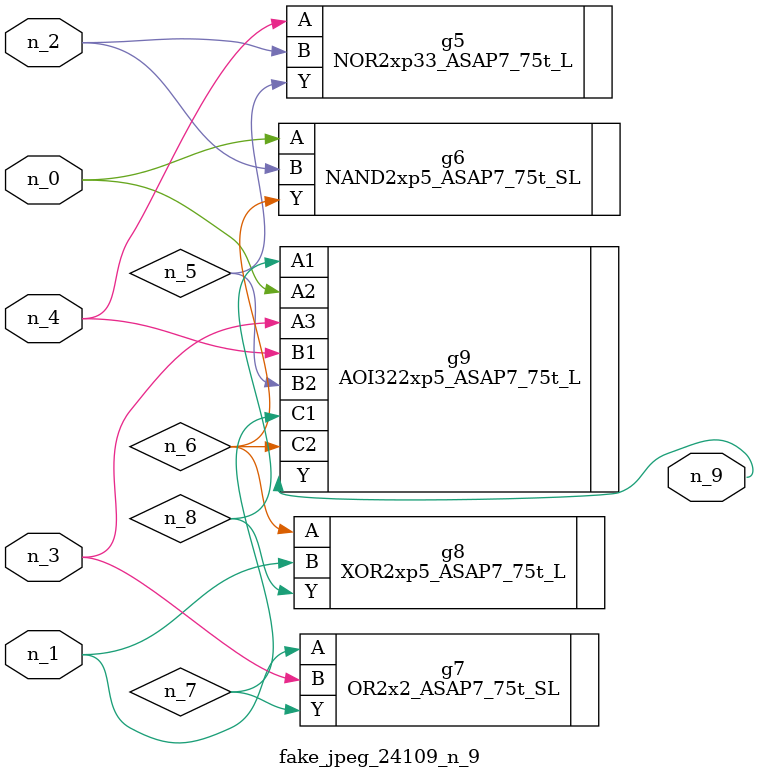
<source format=v>
module fake_jpeg_24109_n_9 (n_3, n_2, n_1, n_0, n_4, n_9);

input n_3;
input n_2;
input n_1;
input n_0;
input n_4;

output n_9;

wire n_8;
wire n_6;
wire n_5;
wire n_7;

NOR2xp33_ASAP7_75t_L g5 ( 
.A(n_4),
.B(n_2),
.Y(n_5)
);

NAND2xp5_ASAP7_75t_SL g6 ( 
.A(n_0),
.B(n_2),
.Y(n_6)
);

OR2x2_ASAP7_75t_SL g7 ( 
.A(n_1),
.B(n_3),
.Y(n_7)
);

XOR2xp5_ASAP7_75t_L g8 ( 
.A(n_6),
.B(n_1),
.Y(n_8)
);

AOI322xp5_ASAP7_75t_L g9 ( 
.A1(n_8),
.A2(n_0),
.A3(n_3),
.B1(n_4),
.B2(n_5),
.C1(n_7),
.C2(n_6),
.Y(n_9)
);


endmodule
</source>
